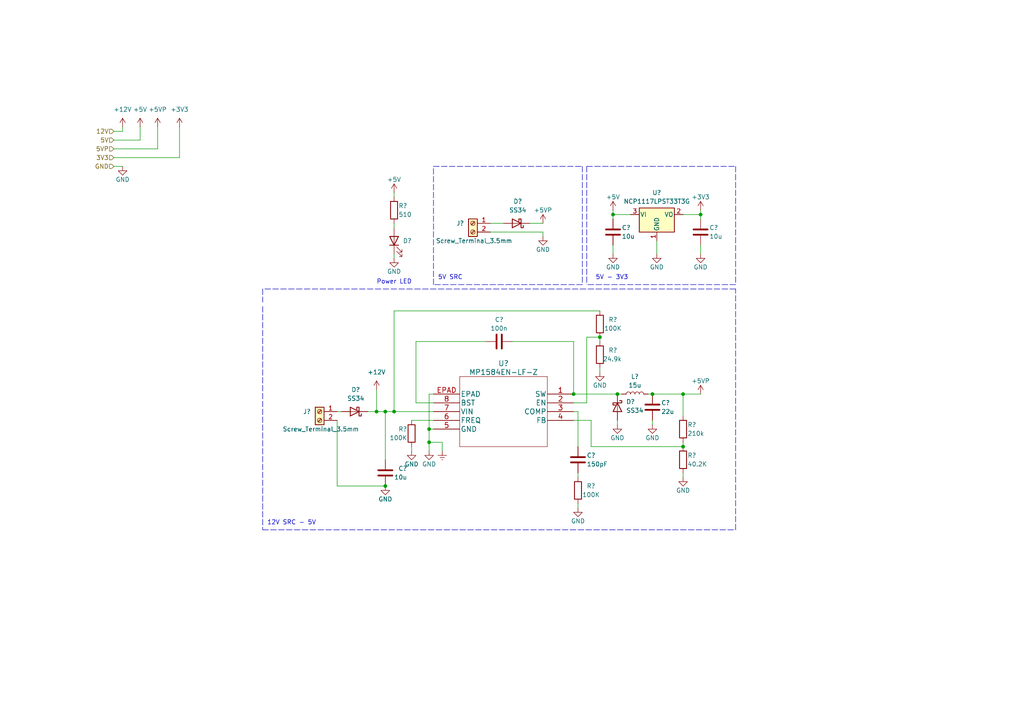
<source format=kicad_sch>
(kicad_sch (version 20211123) (generator eeschema)
  (paper "A4")
  (lib_symbols
    (symbol "Connector:Screw_Terminal_01x02" (pin_names (offset 1.016) hide)
      (property "Reference" "J" (at 0 2.54 0))
      (property "Value" "Screw_Terminal_01x02" (at 0 -5.08 0))
      (symbol "Screw_Terminal_01x02_1_1"
        (rectangle (start -1.27 1.27) (end 1.27 -3.81) (stroke (width 0.254)) (fill (type background)))
        (circle (center 0 -2.54) (radius 0.635) (stroke (width 0.1524)))
        (polyline (pts (xy -0.5334 -2.2098) (xy 0.3302 -3.048)) (stroke (width 0.1524)))
        (polyline (pts (xy -0.5334 0.3302) (xy 0.3302 -0.508)) (stroke (width 0.1524)))
        (polyline (pts (xy -0.3556 -2.032) (xy 0.508 -2.8702)) (stroke (width 0.1524)))
        (polyline (pts (xy -0.3556 0.508) (xy 0.508 -0.3302)) (stroke (width 0.1524)))
        (circle (center 0 0) (radius 0.635) (stroke (width 0.1524)))
        (pin passive line (at -5.08 0 0) (length 3.81) (name "Pin_1") (number "1"))
        (pin passive line (at -5.08 -2.54 0) (length 3.81) (name "Pin_2") (number "2"))
      )
    )
    (symbol "Device:C" (pin_numbers hide) (pin_names (offset 0.254))
      (property "Reference" "C" (at 0.635 2.54 0))
      (property "Value" "C" (at 0.635 -2.54 0))
      (symbol "C_0_1"
        (polyline (pts (xy -2.032 -0.762) (xy 2.032 -0.762)) (stroke (width 0.508)))
        (polyline (pts (xy -2.032 0.762) (xy 2.032 0.762)) (stroke (width 0.508)))
      )
      (symbol "C_1_1"
        (pin passive line (at 0 3.81 270) (length 2.794) (name "~") (number "1"))
        (pin passive line (at 0 -3.81 90) (length 2.794) (name "~") (number "2"))
      )
    )
    (symbol "Device:D_Schottky" (pin_numbers hide) (pin_names (offset 1.016) hide)
      (property "Reference" "D" (at 0 2.54 0))
      (property "Value" "D_Schottky" (at 0 -2.54 0))
      (symbol "D_Schottky_0_1"
        (polyline (pts (xy 1.27 0) (xy -1.27 0)))
        (polyline (pts (xy 1.27 1.27) (xy 1.27 -1.27) (xy -1.27 0) (xy 1.27 1.27)) (stroke (width 0.254)))
        (polyline (pts (xy -1.905 0.635) (xy -1.905 1.27) (xy -1.27 1.27) (xy -1.27 -1.27) (xy -0.635 -1.27) (xy -0.635 -0.635)) (stroke (width 0.254)))
      )
      (symbol "D_Schottky_1_1"
        (pin passive line (at -3.81 0 0) (length 2.54) (name "K") (number "1"))
        (pin passive line (at 3.81 0 180) (length 2.54) (name "A") (number "2"))
      )
    )
    (symbol "Device:L" (pin_numbers hide) (pin_names (offset 1.016) hide)
      (property "Reference" "L" (at -1.27 0 90))
      (property "Value" "L" (at 1.905 0 90))
      (symbol "L_0_1"
        (arc (start 0 -2.54) (mid 0.635 -1.905) (end 0 -1.27))
        (arc (start 0 -1.27) (mid 0.635 -0.635) (end 0 0))
        (arc (start 0 0) (mid 0.635 0.635) (end 0 1.27))
        (arc (start 0 1.27) (mid 0.635 1.905) (end 0 2.54))
      )
      (symbol "L_1_1"
        (pin passive line (at 0 3.81 270) (length 1.27) (name "1") (number "1"))
        (pin passive line (at 0 -3.81 90) (length 1.27) (name "2") (number "2"))
      )
    )
    (symbol "Device:LED" (pin_numbers hide) (pin_names (offset 1.016) hide)
      (property "Reference" "D" (at 0 2.54 0))
      (property "Value" "LED" (at 0 -2.54 0))
      (symbol "LED_0_1"
        (polyline (pts (xy -1.27 -1.27) (xy -1.27 1.27)) (stroke (width 0.254)))
        (polyline (pts (xy -1.27 0) (xy 1.27 0)))
        (polyline (pts (xy 1.27 -1.27) (xy 1.27 1.27) (xy -1.27 0) (xy 1.27 -1.27)) (stroke (width 0.254)))
        (polyline (pts (xy -3.048 -0.762) (xy -4.572 -2.286) (xy -3.81 -2.286) (xy -4.572 -2.286) (xy -4.572 -1.524)))
        (polyline (pts (xy -1.778 -0.762) (xy -3.302 -2.286) (xy -2.54 -2.286) (xy -3.302 -2.286) (xy -3.302 -1.524)))
      )
      (symbol "LED_1_1"
        (pin passive line (at -3.81 0 0) (length 2.54) (name "K") (number "1"))
        (pin passive line (at 3.81 0 180) (length 2.54) (name "A") (number "2"))
      )
    )
    (symbol "Device:R" (pin_numbers hide) (pin_names (offset 0))
      (property "Reference" "R" (at 2.032 0 90))
      (property "Value" "R" (at 0 0 90))
      (symbol "R_0_1"
        (rectangle (start -1.016 -2.54) (end 1.016 2.54) (stroke (width 0.254)))
      )
      (symbol "R_1_1"
        (pin passive line (at 0 3.81 270) (length 1.27) (name "~") (number "1"))
        (pin passive line (at 0 -3.81 90) (length 1.27) (name "~") (number "2"))
      )
    )
    (symbol "Regulator_Linear:NCP1117-3.3_SOT223" (pin_names (offset 0.254))
      (property "Reference" "U" (at -3.81 3.175 0))
      (property "Value" "NCP1117-3.3_SOT223" (at 0 3.175 0))
      (symbol "NCP1117-3.3_SOT223_0_1"
        (rectangle (start -5.08 -5.08) (end 5.08 1.905) (stroke (width 0.254)) (fill (type background)))
      )
      (symbol "NCP1117-3.3_SOT223_1_1"
        (pin power_in line (at 0 -7.62 90) (length 2.54) (name "GND") (number "1"))
        (pin power_out line (at 7.62 0 180) (length 2.54) (name "VO") (number "2"))
        (pin power_in line (at -7.62 0 0) (length 2.54) (name "VI") (number "3"))
      )
    )
    (symbol "power:+12V" (power) (pin_names (offset 0))
      (property "Value" "+12V" (at 0 3.556 0))
      (symbol "+12V_0_1"
        (polyline (pts (xy -0.762 1.27) (xy 0 2.54)))
        (polyline (pts (xy 0 0) (xy 0 2.54)))
        (polyline (pts (xy 0 2.54) (xy 0.762 1.27)))
      )
      (symbol "+12V_1_1"
        (pin power_in line (at 0 0 90) (length 0) hide (name "+12V") (number "1"))
      )
    )
    (symbol "power:+3V3" (power) (pin_names (offset 0))
      (property "Value" "+3V3" (at 0 3.556 0))
      (symbol "+3V3_0_1"
        (polyline (pts (xy -0.762 1.27) (xy 0 2.54)))
        (polyline (pts (xy 0 0) (xy 0 2.54)))
        (polyline (pts (xy 0 2.54) (xy 0.762 1.27)))
      )
      (symbol "+3V3_1_1"
        (pin power_in line (at 0 0 90) (length 0) hide (name "+3V3") (number "1"))
      )
    )
    (symbol "power:+5V" (power) (pin_names (offset 0))
      (property "Value" "+5V" (at 0 3.556 0))
      (symbol "+5V_0_1"
        (polyline (pts (xy -0.762 1.27) (xy 0 2.54)))
        (polyline (pts (xy 0 0) (xy 0 2.54)))
        (polyline (pts (xy 0 2.54) (xy 0.762 1.27)))
      )
      (symbol "+5V_1_1"
        (pin power_in line (at 0 0 90) (length 0) hide (name "+5V") (number "1"))
      )
    )
    (symbol "power:+5VP" (power) (pin_names (offset 0))
      (property "Value" "+5VP" (at 0 3.556 0))
      (symbol "+5VP_0_1"
        (polyline (pts (xy -0.762 1.27) (xy 0 2.54)))
        (polyline (pts (xy 0 0) (xy 0 2.54)))
        (polyline (pts (xy 0 2.54) (xy 0.762 1.27)))
      )
      (symbol "+5VP_1_1"
        (pin power_in line (at 0 0 90) (length 0) hide (name "+5VP") (number "1"))
      )
    )
    (symbol "power:Earth" (power) (pin_names (offset 0))
      (symbol "Earth_0_1"
        (polyline (pts (xy -0.635 -1.905) (xy 0.635 -1.905)))
        (polyline (pts (xy -0.127 -2.54) (xy 0.127 -2.54)))
        (polyline (pts (xy 0 -1.27) (xy 0 0)))
        (polyline (pts (xy 1.27 -1.27) (xy -1.27 -1.27)))
      )
      (symbol "Earth_1_1"
        (pin power_in line (at 0 0 270) (length 0) hide (name "Earth") (number "1"))
      )
    )
    (symbol "power:GND" (power) (pin_names (offset 0))
      (property "Value" "GND" (at 0 -3.81 0))
      (symbol "GND_0_1"
        (polyline (pts (xy 0 0) (xy 0 -1.27) (xy 1.27 -1.27) (xy 0 -2.54) (xy -1.27 -1.27) (xy 0 -1.27)))
      )
      (symbol "GND_1_1"
        (pin power_in line (at 0 0 270) (length 0) hide (name "GND") (number "1"))
      )
    )
    (symbol "usb_xwitch:MP1584EN-LF-Z" (pin_names (offset 0.254))
      (property "Reference" "U" (at 20.32 10.16 0))
      (property "Value" "MP1584EN-LF-Z" (at 20.32 7.62 0))
      (symbol "MP1584EN-LF-Z_1_1"
        (polyline (pts (xy 7.62 -15.24) (xy 33.02 -15.24)) (stroke (width 0.127)))
        (polyline (pts (xy 7.62 5.08) (xy 7.62 -15.24)) (stroke (width 0.127)))
        (polyline (pts (xy 33.02 -15.24) (xy 33.02 5.08)) (stroke (width 0.127)))
        (polyline (pts (xy 33.02 5.08) (xy 7.62 5.08)) (stroke (width 0.127)))
        (pin output line (at 0 0 0) (length 7.62) (name "SW") (number "1"))
        (pin input line (at 0 -2.54 0) (length 7.62) (name "EN") (number "2"))
        (pin output line (at 0 -5.08 0) (length 7.62) (name "COMP") (number "3"))
        (pin input line (at 0 -7.62 0) (length 7.62) (name "FB") (number "4"))
        (pin power_in line (at 40.64 -10.16 180) (length 7.62) (name "GND") (number "5"))
        (pin input line (at 40.64 -7.62 180) (length 7.62) (name "FREQ") (number "6"))
        (pin power_in line (at 40.64 -5.08 180) (length 7.62) (name "VIN") (number "7"))
        (pin unspecified line (at 40.64 -2.54 180) (length 7.62) (name "BST") (number "8"))
        (pin power_in line (at 40.64 0 180) (length 7.62) (name "EPAD") (number "EPAD"))
      )
    )
  )
  (junction (at 124.46 124.46))
  (junction (at 166.37 114.3))
  (junction (at 198.12 129.54))
  (junction (at 173.99 97.79))
  (junction (at 203.2 62.23))
  (junction (at 109.22 119.38))
  (junction (at 177.8 62.23))
  (junction (at 198.12 114.3))
  (junction (at 124.46 128.27))
  (junction (at 111.76 119.38))
  (junction (at 179.07 114.3))
  (junction (at 189.23 114.3))
  (junction (at 111.76 140.97))
  (junction (at 114.3 119.38))
  (wire (pts (xy 198.12 137.16) (xy 198.12 138.43)))
  (wire (pts (xy 198.12 62.23) (xy 203.2 62.23)))
  (polyline (pts (xy 76.2 153.67) (xy 213.36 153.67)))
  (wire (pts (xy 173.99 106.68) (xy 173.99 107.95)))
  (wire (pts (xy 35.56 38.1) (xy 33.02 38.1)))
  (polyline (pts (xy 213.36 82.55) (xy 170.18 82.55)))
  (wire (pts (xy 173.99 97.79) (xy 173.99 99.06)))
  (wire (pts (xy 157.48 67.31) (xy 157.48 68.58)))
  (wire (pts (xy 97.79 140.97) (xy 111.76 140.97)))
  (wire (pts (xy 198.12 120.65) (xy 198.12 114.3)))
  (wire (pts (xy 124.46 124.46) (xy 124.46 128.27)))
  (wire (pts (xy 114.3 73.66) (xy 114.3 74.93)))
  (wire (pts (xy 170.18 116.84) (xy 170.18 97.79)))
  (wire (pts (xy 198.12 128.27) (xy 198.12 129.54)))
  (wire (pts (xy 203.2 71.12) (xy 203.2 73.66)))
  (wire (pts (xy 33.02 48.26) (xy 35.56 48.26)))
  (wire (pts (xy 140.97 99.06) (xy 120.65 99.06)))
  (wire (pts (xy 120.65 99.06) (xy 120.65 116.84)))
  (wire (pts (xy 109.22 113.03) (xy 109.22 119.38)))
  (wire (pts (xy 114.3 55.88) (xy 114.3 57.15)))
  (wire (pts (xy 170.18 97.79) (xy 173.99 97.79)))
  (wire (pts (xy 125.73 121.92) (xy 119.38 121.92)))
  (wire (pts (xy 114.3 64.77) (xy 114.3 66.04)))
  (wire (pts (xy 190.5 69.85) (xy 190.5 73.66)))
  (wire (pts (xy 189.23 114.3) (xy 198.12 114.3)))
  (wire (pts (xy 33.02 40.64) (xy 40.64 40.64)))
  (polyline (pts (xy 213.36 48.26) (xy 213.36 82.55)))
  (wire (pts (xy 114.3 119.38) (xy 125.73 119.38)))
  (wire (pts (xy 189.23 121.92) (xy 189.23 123.19)))
  (wire (pts (xy 187.96 114.3) (xy 189.23 114.3)))
  (wire (pts (xy 203.2 62.23) (xy 203.2 63.5)))
  (wire (pts (xy 179.07 121.92) (xy 179.07 123.19)))
  (wire (pts (xy 124.46 128.27) (xy 124.46 130.81)))
  (wire (pts (xy 167.64 129.54) (xy 167.64 119.38)))
  (wire (pts (xy 124.46 124.46) (xy 125.73 124.46)))
  (polyline (pts (xy 170.18 48.26) (xy 213.36 48.26)))
  (wire (pts (xy 166.37 99.06) (xy 166.37 114.3)))
  (wire (pts (xy 142.24 64.77) (xy 146.05 64.77)))
  (wire (pts (xy 40.64 40.64) (xy 40.64 36.83)))
  (wire (pts (xy 153.67 64.77) (xy 157.48 64.77)))
  (wire (pts (xy 124.46 114.3) (xy 124.46 124.46)))
  (wire (pts (xy 142.24 67.31) (xy 157.48 67.31)))
  (wire (pts (xy 97.79 119.38) (xy 99.06 119.38)))
  (polyline (pts (xy 76.2 88.9) (xy 76.2 153.67)))
  (wire (pts (xy 114.3 90.17) (xy 114.3 119.38)))
  (wire (pts (xy 97.79 121.92) (xy 97.79 140.97)))
  (wire (pts (xy 148.59 99.06) (xy 166.37 99.06)))
  (wire (pts (xy 167.64 119.38) (xy 166.37 119.38)))
  (wire (pts (xy 119.38 129.54) (xy 119.38 130.81)))
  (wire (pts (xy 167.64 137.16) (xy 167.64 138.43)))
  (wire (pts (xy 179.07 114.3) (xy 180.34 114.3)))
  (wire (pts (xy 177.8 60.96) (xy 177.8 62.23)))
  (wire (pts (xy 198.12 114.3) (xy 203.2 114.3)))
  (wire (pts (xy 177.8 62.23) (xy 177.8 63.5)))
  (wire (pts (xy 167.64 146.05) (xy 167.64 147.32)))
  (wire (pts (xy 106.68 119.38) (xy 109.22 119.38)))
  (wire (pts (xy 173.99 90.17) (xy 114.3 90.17)))
  (polyline (pts (xy 125.73 48.26) (xy 168.91 48.26)))
  (wire (pts (xy 114.3 119.38) (xy 111.76 119.38)))
  (wire (pts (xy 166.37 121.92) (xy 171.45 121.92)))
  (wire (pts (xy 35.56 36.83) (xy 35.56 38.1)))
  (wire (pts (xy 128.27 130.81) (xy 128.27 128.27)))
  (wire (pts (xy 125.73 114.3) (xy 124.46 114.3)))
  (wire (pts (xy 166.37 116.84) (xy 170.18 116.84)))
  (wire (pts (xy 120.65 116.84) (xy 125.73 116.84)))
  (wire (pts (xy 166.37 114.3) (xy 179.07 114.3)))
  (wire (pts (xy 52.07 45.72) (xy 33.02 45.72)))
  (polyline (pts (xy 125.73 82.55) (xy 125.73 48.26)))
  (wire (pts (xy 111.76 133.35) (xy 111.76 119.38)))
  (wire (pts (xy 203.2 60.96) (xy 203.2 62.23)))
  (polyline (pts (xy 76.2 83.82) (xy 76.2 87.63)))
  (wire (pts (xy 177.8 62.23) (xy 182.88 62.23)))
  (wire (pts (xy 177.8 71.12) (xy 177.8 73.66)))
  (wire (pts (xy 52.07 36.83) (xy 52.07 45.72)))
  (wire (pts (xy 128.27 128.27) (xy 124.46 128.27)))
  (wire (pts (xy 45.72 36.83) (xy 45.72 43.18)))
  (wire (pts (xy 171.45 129.54) (xy 198.12 129.54)))
  (polyline (pts (xy 213.36 153.67) (xy 213.36 83.82)))
  (polyline (pts (xy 170.18 48.26) (xy 170.18 82.55)))
  (wire (pts (xy 45.72 43.18) (xy 33.02 43.18)))
  (polyline (pts (xy 213.36 83.82) (xy 76.2 83.82)))
  (polyline (pts (xy 168.91 48.26) (xy 168.91 82.55)))
  (polyline (pts (xy 168.91 82.55) (xy 125.73 82.55)))
  (wire (pts (xy 109.22 119.38) (xy 111.76 119.38)))
  (wire (pts (xy 171.45 121.92) (xy 171.45 129.54)))
  (text "5V - 3V3" (at 172.72 81.28 0) (effects (font (size 1.27 1.27)) (justify left bottom)))
  (text "12V SRC - 5V" (at 77.47 152.4 0) (effects (font (size 1.27 1.27)) (justify left bottom)))
  (text "Power LED" (at 109.22 82.55 0) (effects (font (size 1.27 1.27)) (justify left bottom)))
  (text "5V SRC" (at 127 81.28 0) (effects (font (size 1.27 1.27)) (justify left bottom)))
  (hierarchical_label "12V" (shape input) (at 33.02 38.1 180))
  (hierarchical_label "GND" (shape input) (at 33.02 48.26 180))
  (hierarchical_label "5V" (shape input) (at 33.02 40.64 180))
  (hierarchical_label "3V3" (shape input) (at 33.02 45.72 180))
  (hierarchical_label "5VP" (shape input) (at 33.02 43.18 180))
  (symbol (lib_id "power:GND") (at 167.64 147.32 0) (unit 1)
    (property "Reference" "#PWR?" (effects hide))
    (property "Value" "GND" (at 167.64 151.13 0))
  )
  (symbol (lib_id "power:+5VP") (at 45.72 36.83 0) (unit 1)
    (property "Reference" "#PWR?" (effects hide))
    (property "Value" "+5VP" (at 45.72 31.75 0))
  )
  (symbol (lib_id "power:GND") (at 189.23 123.19 0) (mirror y) (unit 1)
    (property "Reference" "#PWR?" (effects hide))
    (property "Value" "GND" (at 189.23 127 0))
  )
  (symbol (lib_id "Device:C") (at 167.64 133.35 0) (unit 1)
    (property "Reference" "C?" (at 170.18 132.08 0) (effects (justify left)))
    (property "Value" "150pF" (at 170.18 134.62 0) (effects (justify left)))
    (property "Footprint" "Resistor_SMD:R_0402_1005Metric_Pad0.72x0.64mm_HandSolder" (effects hide))
    (property "LCSC" "C1527" (effects hide))
  )
  (symbol (lib_id "Device:R") (at 198.12 124.46 0) (unit 1)
    (property "Reference" "R?" (at 199.39 123.19 0) (effects (justify left)))
    (property "Value" "210k" (at 199.39 125.73 0) (effects (justify left)))
    (property "Footprint" "Resistor_SMD:R_0402_1005Metric_Pad0.72x0.64mm_HandSolder" (effects hide))
    (property "LCSC" "C58827" (effects hide))
  )
  (symbol (lib_id "Device:LED") (at 114.3 69.85 90) (unit 1)
    (property "Reference" "D?" (at 116.84 69.85 90) (effects (justify right)))
    (property "Value" "19-217/GHC-YR1S2/3T" (effects hide))
    (property "Footprint" "Diode_SMD:D_0603_1608Metric_Pad1.05x0.95mm_HandSolder" (effects hide))
    (property "Datasheet" "https://media.digikey.com/pdf/Data%20Sheets/Everlight%20PDFs/19-217,GHC-YR1S2,3T.pdf" (effects hide))
    (property "LCSC" "C72043" (effects hide))
  )
  (symbol (lib_id "Connector:Screw_Terminal_01x02") (at 92.71 119.38 0) (mirror y) (unit 1)
    (property "Reference" "J?" (at 90.17 119.3799 0) (effects (justify left)))
    (property "Value" "Screw_Terminal_3.5mm" (at 104.14 124.46 0) (effects (justify left)))
    (property "Footprint" "TerminalBlock_4Ucon:TerminalBlock_4Ucon_1x02_P3.50mm_Horizontal" (effects hide))
    (property "LCSC" "C466970" (effects hide))
  )
  (symbol (lib_id "power:GND") (at 203.2 73.66 0) (unit 1)
    (property "Reference" "#PWR?" (effects hide))
    (property "Value" "GND" (at 203.2 77.47 0))
  )
  (symbol (lib_id "power:+5VP") (at 157.48 64.77 0) (unit 1)
    (property "Reference" "#PWR?" (effects hide))
    (property "Value" "+5VP" (at 157.48 60.96 0))
  )
  (symbol (lib_id "power:GND") (at 124.46 130.81 0) (mirror y) (unit 1)
    (property "Reference" "#PWR?" (effects hide))
    (property "Value" "GND" (at 124.46 134.62 0))
  )
  (symbol (lib_id "power:+5V") (at 40.64 36.83 0) (unit 1)
    (property "Reference" "#PWR?" (effects hide))
    (property "Value" "+5V" (at 40.64 31.75 0))
  )
  (symbol (lib_id "power:Earth") (at 128.27 130.81 0) (mirror y) (unit 1)
    (property "Reference" "#PWR?" (effects hide))
    (property "Value" "Earth" (effects hide))
  )
  (symbol (lib_id "power:GND") (at 179.07 123.19 0) (mirror y) (unit 1)
    (property "Reference" "#PWR?" (effects hide))
    (property "Value" "GND" (at 179.07 127 0))
  )
  (symbol (lib_id "power:GND") (at 111.76 140.97 0) (mirror y) (unit 1)
    (property "Reference" "#PWR?" (effects hide))
    (property "Value" "GND" (at 111.76 144.78 0))
  )
  (symbol (lib_id "Device:R") (at 198.12 133.35 0) (unit 1)
    (property "Reference" "R?" (at 199.39 132.08 0) (effects (justify left)))
    (property "Value" "40.2K" (at 199.39 134.62 0) (effects (justify left)))
    (property "Footprint" "Resistor_SMD:R_0402_1005Metric_Pad0.72x0.64mm_HandSolder" (effects hide))
    (property "LCSC" "C137983" (effects hide))
  )
  (symbol (lib_id "power:GND") (at 177.8 73.66 0) (unit 1)
    (property "Reference" "#PWR?" (effects hide))
    (property "Value" "GND" (at 177.8 77.47 0))
  )
  (symbol (lib_id "Device:C") (at 203.2 67.31 0) (unit 1)
    (property "Reference" "C?" (at 205.74 66.04 0) (effects (justify left)))
    (property "Value" "10u" (at 205.74 68.58 0) (effects (justify left)))
    (property "Footprint" "Capacitor_SMD:C_0603_1608Metric_Pad1.08x0.95mm_HandSolder" (effects hide))
    (property "LCSC" "C96446" (effects hide))
  )
  (symbol (lib_id "power:+5VP") (at 203.2 114.3 0) (unit 1)
    (property "Reference" "#PWR?" (effects hide))
    (property "Value" "+5VP" (at 203.2 110.49 0))
  )
  (symbol (lib_id "Device:D_Schottky") (at 102.87 119.38 180) (unit 1)
    (property "Reference" "D?" (at 103.1875 113.03 0))
    (property "Value" "SS34" (at 103.1875 115.57 0))
    (property "Footprint" "Diode_SMD:D_SMA" (effects hide))
    (property "LCSC" "C8678" (effects hide))
  )
  (symbol (lib_id "power:+3V3") (at 52.07 36.83 0) (unit 1)
    (property "Reference" "#PWR?" (effects hide))
    (property "Value" "+3V3" (at 52.07 31.75 0))
  )
  (symbol (lib_id "power:GND") (at 35.56 48.26 0) (unit 1)
    (property "Reference" "#PWR?" (effects hide))
    (property "Value" "GND" (at 35.56 52.07 0))
  )
  (symbol (lib_id "Device:R") (at 173.99 93.98 0) (mirror x) (unit 1)
    (property "Reference" "R?" (at 179.07 92.71 0) (effects (justify right)))
    (property "Value" "100K" (at 180.34 95.25 0) (effects (justify right)))
    (property "Footprint" "Resistor_SMD:R_0402_1005Metric_Pad0.72x0.64mm_HandSolder" (effects hide))
    (property "LCSC" "C25741" (effects hide))
  )
  (symbol (lib_id "power:GND") (at 198.12 138.43 0) (unit 1)
    (property "Reference" "#PWR?" (effects hide))
    (property "Value" "GND" (at 198.12 142.24 0))
  )
  (symbol (lib_id "Device:C") (at 177.8 67.31 0) (unit 1)
    (property "Reference" "C?" (at 180.34 66.04 0) (effects (justify left)))
    (property "Value" "10u" (at 180.34 68.58 0) (effects (justify left)))
    (property "Footprint" "Capacitor_SMD:C_0603_1608Metric_Pad1.08x0.95mm_HandSolder" (effects hide))
    (property "LCSC" "C96446" (effects hide))
  )
  (symbol (lib_id "Device:D_Schottky") (at 179.07 118.11 270) (unit 1)
    (property "Reference" "D?" (at 181.61 116.5224 90) (effects (justify left)))
    (property "Value" "SS34" (at 181.61 119.0624 90) (effects (justify left)))
    (property "Footprint" "Diode_SMD:D_SMA" (effects hide))
    (property "LCSC" "C8678" (effects hide))
  )
  (symbol (lib_id "power:GND") (at 157.48 68.58 0) (unit 1)
    (property "Reference" "#PWR?" (effects hide))
    (property "Value" "GND" (at 157.48 72.39 0))
  )
  (symbol (lib_id "power:+5V") (at 177.8 60.96 0) (mirror y) (unit 1)
    (property "Reference" "#PWR?" (effects hide))
    (property "Value" "+5V" (at 177.8 57.15 0))
  )
  (symbol (lib_id "Device:L") (at 184.15 114.3 90) (unit 1)
    (property "Reference" "L?" (at 184.15 109.22 90))
    (property "Value" "15u" (at 184.15 111.76 90))
    (property "Footprint" "Inductor_SMD:L_12x12mm_H6mm" (effects hide))
    (property "LCSC" "C169384" (effects hide))
  )
  (symbol (lib_id "power:GND") (at 114.3 74.93 0) (unit 1)
    (property "Reference" "#PWR?" (effects hide))
    (property "Value" "GND" (at 114.3 78.74 0))
  )
  (symbol (lib_id "Device:R") (at 119.38 125.73 0) (mirror x) (unit 1)
    (property "Reference" "R?" (at 118.11 124.46 0) (effects (justify right)))
    (property "Value" "100K" (at 118.11 127 0) (effects (justify right)))
    (property "Footprint" "Resistor_SMD:R_0402_1005Metric_Pad0.72x0.64mm_HandSolder" (effects hide))
    (property "LCSC" "C25741" (effects hide))
  )
  (symbol (lib_id "power:+12V") (at 109.22 113.03 0) (unit 1)
    (property "Reference" "#PWR?" (effects hide))
    (property "Value" "+12V" (at 109.22 107.95 0))
  )
  (symbol (lib_id "Device:C") (at 144.78 99.06 270) (mirror x) (unit 1)
    (property "Reference" "C?" (at 143.51 92.71 90) (effects (justify left)))
    (property "Value" "100n" (at 142.24 95.25 90) (effects (justify left)))
    (property "Footprint" "Resistor_SMD:R_0402_1005Metric_Pad0.72x0.64mm_HandSolder" (effects hide))
    (property "LCSC" "C1525" (effects hide))
  )
  (symbol (lib_id "Device:R") (at 114.3 60.96 0) (unit 1)
    (property "Reference" "R?" (at 115.57 59.69 0) (effects (justify left)))
    (property "Value" "510" (at 115.57 62.23 0) (effects (justify left)))
    (property "Footprint" "Resistor_SMD:R_0402_1005Metric_Pad0.72x0.64mm_HandSolder" (effects hide))
    (property "LCSC" "C25123" (effects hide))
  )
  (symbol (lib_id "usb_xwitch:MP1584EN-LF-Z") (at 166.37 114.3 0) (mirror y) (unit 1)
    (property "Reference" "U?" (at 146.05 105.41 0) (effects (font (size 1.524 1.524))))
    (property "Value" "MP1584EN-LF-Z" (at 146.05 107.95 0) (effects (font (size 1.524 1.524))))
    (property "Footprint" "usb_xwitch:MP1584EN-LF-Z" (effects hide))
    (property "Datasheet" "https://au.mouser.com/datasheet/2/277/MP1584EN_LF_Z-1383965.pdf" (effects hide))
    (property "LCSC" "C15051" (effects hide))
  )
  (symbol (lib_id "power:GND") (at 173.99 107.95 0) (mirror y) (unit 1)
    (property "Reference" "#PWR?" (effects hide))
    (property "Value" "GND" (at 173.99 111.76 0))
  )
  (symbol (lib_id "Device:C") (at 189.23 118.11 0) (unit 1)
    (property "Reference" "C?" (at 191.77 116.84 0) (effects (justify left)))
    (property "Value" "22u" (at 191.77 119.38 0) (effects (justify left)))
    (property "Footprint" "Capacitor_SMD:C_1206_3216Metric_Pad1.33x1.80mm_HandSolder" (effects hide))
    (property "LCSC" "C12891" (effects hide))
  )
  (symbol (lib_id "Regulator_Linear:NCP1117-3.3_SOT223") (at 190.5 62.23 0) (unit 1)
    (property "Reference" "U?" (at 190.5 55.88 0))
    (property "Value" "NCP1117LPST33T3G" (at 190.5 58.42 0))
    (property "Footprint" "Package_TO_SOT_SMD:SOT-223-3_TabPin2" (effects hide))
    (property "Datasheet" "http://www.onsemi.com/pub_link/Collateral/NCP1117-D.PDF" (effects hide))
    (property "LCSC" "C146799" (effects hide))
  )
  (symbol (lib_id "power:+12V") (at 35.56 36.83 0) (unit 1)
    (property "Reference" "#PWR?" (effects hide))
    (property "Value" "+12V" (at 35.56 31.75 0))
  )
  (symbol (lib_id "Device:C") (at 111.76 137.16 0) (mirror y) (unit 1)
    (property "Reference" "C?" (at 118.11 135.89 0) (effects (justify left)))
    (property "Value" "10u" (at 118.11 138.43 0) (effects (justify left)))
    (property "Footprint" "Capacitor_SMD:C_0805_2012Metric_Pad1.18x1.45mm_HandSolder" (effects hide))
    (property "LCSC" "C440198" (effects hide))
  )
  (symbol (lib_id "Connector:Screw_Terminal_01x02") (at 137.16 64.77 0) (mirror y) (unit 1)
    (property "Reference" "J?" (at 134.62 64.7699 0) (effects (justify left)))
    (property "Value" "Screw_Terminal_3.5mm" (at 148.59 69.85 0) (effects (justify left)))
    (property "Footprint" "TerminalBlock_4Ucon:TerminalBlock_4Ucon_1x02_P3.50mm_Horizontal" (effects hide))
    (property "LCSC" "C466970" (effects hide))
  )
  (symbol (lib_id "Device:R") (at 167.64 142.24 0) (mirror x) (unit 1)
    (property "Reference" "R?" (at 172.72 140.97 0) (effects (justify right)))
    (property "Value" "100K" (at 173.99 143.51 0) (effects (justify right)))
    (property "Footprint" "Resistor_SMD:R_0402_1005Metric_Pad0.72x0.64mm_HandSolder" (effects hide))
    (property "LCSC" "C25741" (effects hide))
  )
  (symbol (lib_id "Device:D_Schottky") (at 149.86 64.77 180) (unit 1)
    (property "Reference" "D?" (at 150.1775 58.42 0))
    (property "Value" "SS34" (at 150.1775 60.96 0))
    (property "Footprint" "Diode_SMD:D_SMA" (effects hide))
    (property "LCSC" "C8678" (effects hide))
  )
  (symbol (lib_id "power:GND") (at 119.38 130.81 0) (mirror y) (unit 1)
    (property "Reference" "#PWR?" (effects hide))
    (property "Value" "GND" (at 119.38 134.62 0))
  )
  (symbol (lib_id "power:+5V") (at 114.3 55.88 0) (mirror y) (unit 1)
    (property "Reference" "#PWR?" (effects hide))
    (property "Value" "+5V" (at 114.3 52.07 0))
  )
  (symbol (lib_id "Device:R") (at 173.99 102.87 0) (mirror y) (unit 1)
    (property "Reference" "R?" (at 179.07 101.6 0) (effects (justify left)))
    (property "Value" "24.9k" (at 180.34 104.14 0) (effects (justify left)))
    (property "Footprint" "Resistor_SMD:R_0402_1005Metric_Pad0.72x0.64mm_HandSolder" (effects hide))
    (property "LCSC" "C226371" (effects hide))
  )
  (symbol (lib_id "power:+3V3") (at 203.2 60.96 0) (unit 1)
    (property "Reference" "#PWR?" (effects hide))
    (property "Value" "+3V3" (at 203.2 57.15 0))
  )
  (symbol (lib_id "power:GND") (at 190.5 73.66 0) (unit 1)
    (property "Reference" "#PWR?" (effects hide))
    (property "Value" "GND" (at 190.5 77.47 0))
  )
)
</source>
